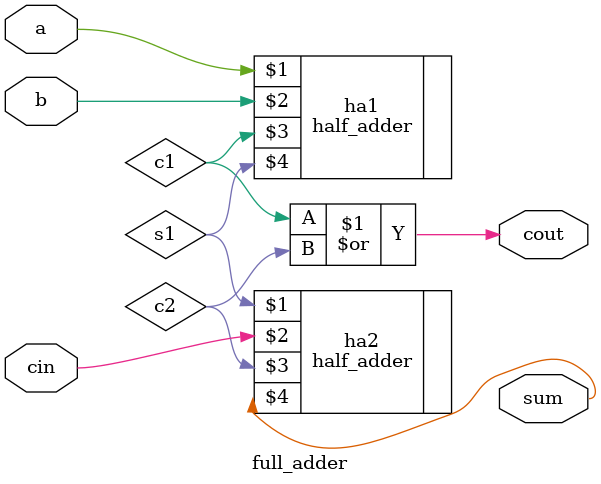
<source format=v>
`include "../half_adder/half_adder.v"

module full_adder(
    input  wire a,
    input  wire b,
    input  wire cin,
    output wire cout,
    output wire sum
);
    
    wire c1, c2, s1;

    half_adder ha1(a, b, c1, s1);
    half_adder ha2(s1, cin, c2, sum);
    or (cout, c1, c2);
endmodule
</source>
